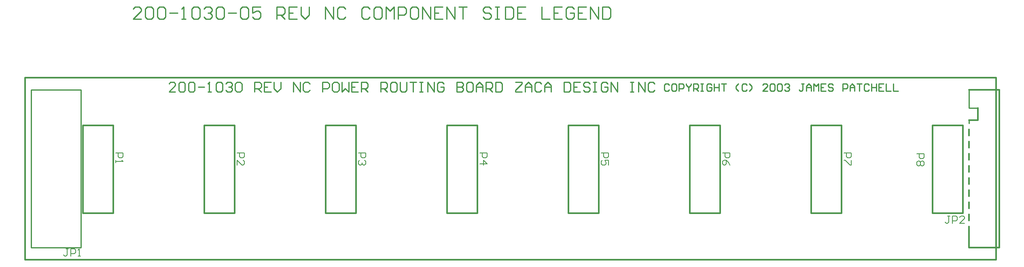
<source format=gto>
*%FSLAX23Y23*%
*%MOIN*%
G01*
%ADD11C,0.006*%
%ADD12C,0.007*%
%ADD13C,0.010*%
%ADD14C,0.012*%
%ADD15C,0.036*%
%ADD16C,0.055*%
%ADD17C,0.056*%
%ADD18C,0.062*%
%ADD19C,0.068*%
%ADD20C,0.075*%
%ADD21C,0.100*%
%ADD22C,0.106*%
%ADD23C,0.200*%
%ADD24C,0.210*%
%ADD25C,0.216*%
%ADD26C,0.220*%
%ADD27R,0.062X0.062*%
%ADD28R,0.068X0.068*%
%ADD29R,0.230X0.230*%
%ADD30R,0.250X0.250*%
D11*
X13508Y7398D02*
X13528D01*
X13518D02*
X13508D01*
X13518D02*
Y7348D01*
X13508Y7338D01*
X13498D01*
X13488Y7348D01*
X13548Y7338D02*
Y7398D01*
X13578D01*
X13588Y7388D01*
Y7368D01*
X13578Y7358D01*
X13548D01*
X13608Y7338D02*
X13648D01*
X13608D02*
X13648Y7378D01*
Y7388D01*
X13638Y7398D01*
X13618D01*
X13608Y7388D01*
X13313Y7913D02*
X13253D01*
X13313D02*
Y7883D01*
X13303Y7873D01*
X13283D01*
X13273Y7883D01*
Y7913D01*
X13303Y7853D02*
X13313Y7843D01*
Y7823D01*
X13303Y7813D01*
X13293D01*
X13283Y7823D01*
X13273Y7813D01*
X13263D01*
X13253Y7823D01*
Y7843D01*
X13263Y7853D01*
X13273D01*
X13283Y7843D01*
X13293Y7853D01*
X13303D01*
X13283Y7843D02*
Y7823D01*
X11714Y7919D02*
X11654D01*
X11714D02*
Y7889D01*
X11704Y7879D01*
X11684D01*
X11674Y7889D01*
Y7919D01*
X11704Y7839D02*
X11714Y7819D01*
X11704Y7839D02*
X11684Y7859D01*
X11664D01*
X11654Y7849D01*
Y7829D01*
X11664Y7819D01*
X11674D01*
X11684Y7829D01*
Y7859D01*
X12654Y7919D02*
X12714D01*
Y7889D01*
X12704Y7879D01*
X12684D01*
X12674Y7889D01*
Y7919D01*
X12714Y7859D02*
Y7819D01*
X12704D01*
X12664Y7859D01*
X12654D01*
X10714Y7919D02*
X10654D01*
X10714D02*
Y7889D01*
X10704Y7879D01*
X10684D01*
X10674Y7889D01*
Y7919D01*
X10714Y7859D02*
Y7819D01*
Y7859D02*
X10684D01*
X10694Y7839D01*
Y7829D01*
X10684Y7819D01*
X10664D01*
X10654Y7829D01*
Y7849D01*
X10664Y7859D01*
X8714Y7919D02*
X8654D01*
X8714D02*
Y7889D01*
X8704Y7879D01*
X8684D01*
X8674Y7889D01*
Y7919D01*
X8704Y7859D02*
X8714Y7849D01*
Y7829D01*
X8704Y7819D01*
X8694D01*
X8695D01*
X8694D02*
X8695D01*
X8694D02*
X8695D01*
X8694D02*
X8684Y7829D01*
Y7839D01*
Y7829D01*
X8674Y7819D01*
X8664D01*
X8654Y7829D01*
Y7849D01*
X8664Y7859D01*
X9654Y7919D02*
X9714D01*
Y7889D01*
X9704Y7879D01*
X9684D01*
X9674Y7889D01*
Y7919D01*
X9654Y7829D02*
X9714D01*
X9684Y7859D01*
Y7819D01*
X7714Y7919D02*
X7654D01*
X7714D02*
Y7889D01*
X7704Y7879D01*
X7684D01*
X7674Y7889D01*
Y7919D01*
X7654Y7859D02*
Y7819D01*
Y7859D02*
X7694Y7819D01*
X7704D01*
X7714Y7829D01*
Y7849D01*
X7704Y7859D01*
X6263Y7128D02*
X6243D01*
X6253D01*
Y7078D01*
X6243Y7068D01*
X6233D01*
X6223Y7078D01*
X6283Y7068D02*
Y7128D01*
X6313D01*
X6323Y7118D01*
Y7098D01*
X6313Y7088D01*
X6283D01*
X6343Y7068D02*
X6363D01*
X6353D01*
Y7128D01*
X6354D01*
X6353D02*
X6343Y7118D01*
X6654Y7919D02*
X6714D01*
Y7889D01*
X6704Y7879D01*
X6684D01*
X6674Y7889D01*
Y7919D01*
X6654Y7859D02*
Y7839D01*
Y7849D01*
X6714D01*
X6715D01*
X6714D02*
X6704Y7859D01*
D13*
X9948Y8503D02*
X10001D01*
Y8490D01*
X9948Y8436D01*
Y8423D01*
X10001D01*
X10028D02*
Y8476D01*
X10055Y8503D01*
X10081Y8476D01*
Y8423D01*
Y8463D01*
X10028D01*
X10148Y8503D02*
X10161Y8490D01*
X10148Y8503D02*
X10121D01*
X10108Y8490D01*
Y8436D01*
X10121Y8423D01*
X10148D01*
X10161Y8436D01*
X10188Y8423D02*
Y8476D01*
X10215Y8503D01*
X10241Y8476D01*
Y8423D01*
Y8463D01*
X10188D01*
X10348Y8503D02*
Y8423D01*
X10388D01*
X10401Y8436D01*
Y8490D01*
X10388Y8503D01*
X10348D01*
X10428D02*
X10481D01*
X10428D02*
Y8423D01*
X10481D01*
X10455Y8463D02*
X10428D01*
X10548Y8503D02*
X10561Y8490D01*
X10548Y8503D02*
X10521D01*
X10508Y8490D01*
Y8476D01*
X10521Y8463D01*
X10548D01*
X10561Y8450D01*
Y8436D01*
X10548Y8423D01*
X10521D01*
X10508Y8436D01*
X10588Y8503D02*
X10614D01*
X10601D01*
Y8423D01*
X10588D01*
X10614D01*
X10694Y8503D02*
X10708Y8490D01*
X10694Y8503D02*
X10668D01*
X10654Y8490D01*
Y8436D01*
X10668Y8423D01*
X10694D01*
X10708Y8436D01*
Y8463D01*
X10681D01*
X10734Y8503D02*
Y8423D01*
X10788D02*
X10734Y8503D01*
X10788D02*
Y8423D01*
X10894Y8503D02*
X10921D01*
X10908D01*
Y8423D01*
X10894D01*
X10921D01*
X10961D02*
Y8503D01*
X11014Y8423D01*
Y8503D01*
X11081D02*
X11094Y8490D01*
X11081Y8503D02*
X11054D01*
X11041Y8490D01*
Y8436D01*
X11054Y8423D01*
X11081D01*
X11094Y8436D01*
X7146Y8423D02*
X7093D01*
X7146Y8476D01*
Y8490D01*
X7133Y8503D01*
X7106D01*
X7093Y8490D01*
X7173D02*
X7186Y8503D01*
X7213D01*
X7226Y8490D01*
Y8436D01*
X7213Y8423D01*
X7186D01*
X7173Y8436D01*
Y8490D01*
X7253D02*
X7266Y8503D01*
X7293D01*
X7306Y8490D01*
Y8436D01*
X7293Y8423D01*
X7266D01*
X7253Y8436D01*
Y8490D01*
X7333Y8463D02*
X7386D01*
X7413Y8423D02*
X7440D01*
X7426D01*
Y8503D01*
X7427D01*
X7426D02*
X7413Y8490D01*
X7480D02*
X7493Y8503D01*
X7520D01*
X7533Y8490D01*
Y8436D01*
X7520Y8423D01*
X7493D01*
X7480Y8436D01*
Y8490D01*
X7560D02*
X7573Y8503D01*
X7600D01*
X7613Y8490D01*
Y8476D01*
X7614D01*
X7613D02*
X7614D01*
X7613D02*
X7614D01*
X7613D02*
X7600Y8463D01*
X7586D01*
X7600D01*
X7613Y8450D01*
Y8436D01*
X7600Y8423D01*
X7573D01*
X7560Y8436D01*
X7639Y8490D02*
X7653Y8503D01*
X7679D01*
X7693Y8490D01*
Y8436D01*
X7679Y8423D01*
X7653D01*
X7639Y8436D01*
Y8490D01*
X7799Y8503D02*
Y8423D01*
Y8503D02*
X7839D01*
X7853Y8490D01*
Y8463D01*
X7839Y8450D01*
X7799D01*
X7826D02*
X7853Y8423D01*
X7879Y8503D02*
X7933D01*
X7879D02*
Y8423D01*
X7933D01*
X7906Y8463D02*
X7879D01*
X7959Y8450D02*
Y8503D01*
Y8450D02*
X7986Y8423D01*
X8013Y8450D01*
Y8503D01*
X8119D02*
Y8423D01*
X8173D02*
X8119Y8503D01*
X8173D02*
Y8423D01*
X8253Y8490D02*
X8239Y8503D01*
X8213D01*
X8199Y8490D01*
Y8436D01*
X8213Y8423D01*
X8239D01*
X8253Y8436D01*
X8359Y8423D02*
Y8503D01*
X8399D01*
X8413Y8490D01*
Y8463D01*
X8399Y8450D01*
X8359D01*
X8453Y8503D02*
X8479D01*
X8453D02*
X8439Y8490D01*
Y8436D01*
X8453Y8423D01*
X8479D01*
X8493Y8436D01*
Y8490D01*
X8479Y8503D01*
X8519D02*
Y8423D01*
X8546Y8450D01*
X8573Y8423D01*
Y8503D01*
X8599D02*
X8652D01*
X8599D02*
Y8423D01*
X8652D01*
X8626Y8463D02*
X8599D01*
X8679Y8503D02*
Y8423D01*
Y8503D02*
X8719D01*
X8732Y8490D01*
Y8463D01*
X8719Y8450D01*
X8679D01*
X8706D02*
X8732Y8423D01*
X8839D02*
Y8503D01*
X8879D01*
X8892Y8490D01*
Y8463D01*
X8879Y8450D01*
X8839D01*
X8866D02*
X8892Y8423D01*
X8932Y8503D02*
X8959D01*
X8932D02*
X8919Y8490D01*
Y8436D01*
X8932Y8423D01*
X8959D01*
X8972Y8436D01*
Y8490D01*
X8959Y8503D01*
X8999D02*
Y8436D01*
X9012Y8423D01*
X9039D01*
X9052Y8436D01*
Y8503D01*
X9079D02*
X9132D01*
X9106D01*
Y8423D01*
X9159Y8503D02*
X9186D01*
X9172D01*
Y8423D01*
X9159D01*
X9186D01*
X9226D02*
Y8503D01*
X9279Y8423D01*
Y8503D01*
X9346D02*
X9359Y8490D01*
X9346Y8503D02*
X9319D01*
X9306Y8490D01*
Y8436D01*
X9319Y8423D01*
X9346D01*
X9359Y8436D01*
Y8463D01*
X9332D01*
X9466Y8503D02*
Y8423D01*
X9506D01*
X9519Y8436D01*
Y8450D01*
X9506Y8463D01*
X9466D01*
X9467D01*
X9466D02*
X9467D01*
X9466D02*
X9467D01*
X9466D02*
X9506D01*
X9519Y8476D01*
Y8490D01*
X9506Y8503D01*
X9466D01*
X9559D02*
X9586D01*
X9559D02*
X9546Y8490D01*
Y8436D01*
X9559Y8423D01*
X9586D01*
X9599Y8436D01*
Y8490D01*
X9586Y8503D01*
X9626Y8476D02*
Y8423D01*
Y8476D02*
X9652Y8503D01*
X9679Y8476D01*
Y8423D01*
Y8463D01*
X9626D01*
X9705Y8503D02*
Y8423D01*
Y8503D02*
X9745D01*
X9759Y8490D01*
Y8463D01*
X9745Y8450D01*
X9705D01*
X9732D02*
X9759Y8423D01*
X9785D02*
Y8503D01*
Y8423D02*
X9825D01*
X9839Y8436D01*
Y8490D01*
X9825Y8503D01*
X9785D01*
X11203Y8488D02*
X11213Y8478D01*
X11203Y8488D02*
X11183D01*
X11173Y8478D01*
Y8438D01*
X11183Y8428D01*
X11203D01*
X11213Y8438D01*
X11243Y8488D02*
X11263D01*
X11243D02*
X11233Y8478D01*
Y8438D01*
X11243Y8428D01*
X11263D01*
X11273Y8438D01*
Y8478D01*
X11263Y8488D01*
X11293D02*
Y8428D01*
Y8488D02*
X11323D01*
X11333Y8478D01*
Y8458D01*
X11323Y8448D01*
X11293D01*
X11353Y8478D02*
Y8488D01*
Y8478D02*
X11373Y8458D01*
X11393Y8478D01*
Y8488D01*
X11373Y8458D02*
Y8428D01*
X11413D02*
Y8488D01*
X11443D01*
X11453Y8478D01*
Y8458D01*
X11443Y8448D01*
X11413D01*
X11433D02*
X11453Y8428D01*
X11473Y8488D02*
X11493D01*
X11483D01*
Y8428D01*
X11473D01*
X11493D01*
X11553Y8488D02*
X11563Y8478D01*
X11553Y8488D02*
X11533D01*
X11523Y8478D01*
Y8438D01*
X11533Y8428D01*
X11553D01*
X11563Y8438D01*
Y8458D01*
X11543D01*
X11583Y8488D02*
Y8428D01*
Y8458D01*
X11623D01*
Y8488D01*
Y8428D01*
X11643Y8488D02*
X11683D01*
X11663D01*
Y8428D01*
X11763Y8448D02*
X11783Y8428D01*
X11763Y8448D02*
Y8468D01*
X11783Y8488D01*
X11843D02*
X11853Y8478D01*
X11843Y8488D02*
X11823D01*
X11813Y8478D01*
Y8438D01*
X11823Y8428D01*
X11843D01*
X11853Y8438D01*
X11873Y8428D02*
X11893Y8448D01*
Y8468D01*
X11873Y8488D01*
X11983Y8428D02*
X12023D01*
X11983D02*
X12023Y8468D01*
Y8478D01*
X12013Y8488D01*
X11993D01*
X11983Y8478D01*
X12043D02*
X12053Y8488D01*
X12073D01*
X12083Y8478D01*
Y8438D01*
X12073Y8428D01*
X12053D01*
X12043Y8438D01*
Y8478D01*
X12103D02*
X12113Y8488D01*
X12133D01*
X12143Y8478D01*
Y8438D01*
X12133Y8428D01*
X12113D01*
X12103Y8438D01*
Y8478D01*
X12163D02*
X12173Y8488D01*
X12193D01*
X12203Y8478D01*
Y8468D01*
X12204D01*
X12203D02*
X12204D01*
X12203D02*
X12204D01*
X12203D02*
X12193Y8458D01*
X12183D01*
X12193D01*
X12203Y8448D01*
Y8438D01*
X12193Y8428D01*
X12173D01*
X12163Y8438D01*
X12303Y8488D02*
X12323D01*
X12313D02*
X12303D01*
X12313D02*
Y8438D01*
X12303Y8428D01*
X12293D01*
X12283Y8438D01*
X12343Y8428D02*
Y8468D01*
X12363Y8488D01*
X12383Y8468D01*
Y8428D01*
Y8458D01*
X12343D01*
X12403Y8428D02*
Y8488D01*
X12423Y8468D01*
X12443Y8488D01*
Y8428D01*
X12463Y8488D02*
X12503D01*
X12463D02*
Y8428D01*
X12503D01*
X12483Y8458D02*
X12463D01*
X12553Y8488D02*
X12563Y8478D01*
X12553Y8488D02*
X12533D01*
X12523Y8478D01*
Y8468D01*
X12533Y8458D01*
X12553D01*
X12563Y8448D01*
Y8438D01*
X12553Y8428D01*
X12533D01*
X12523Y8438D01*
X12643Y8428D02*
Y8488D01*
X12673D01*
X12683Y8478D01*
Y8458D01*
X12673Y8448D01*
X12643D01*
X12703Y8428D02*
Y8468D01*
X12722Y8488D01*
X12742Y8468D01*
Y8428D01*
Y8458D01*
X12703D01*
X12762Y8488D02*
X12802D01*
X12782D01*
Y8428D01*
X12852Y8488D02*
X12862Y8478D01*
X12852Y8488D02*
X12832D01*
X12822Y8478D01*
Y8438D01*
X12832Y8428D01*
X12852D01*
X12862Y8438D01*
X12882Y8428D02*
Y8488D01*
Y8458D02*
Y8428D01*
Y8458D02*
X12922D01*
Y8488D01*
Y8428D01*
X12942Y8488D02*
X12982D01*
X12942D02*
Y8428D01*
X12982D01*
X12962Y8458D02*
X12942D01*
X13002Y8488D02*
Y8428D01*
X13042D01*
X13062D02*
Y8488D01*
Y8428D02*
X13102D01*
X6865Y9023D02*
X6798D01*
X6865Y9090D01*
Y9106D01*
X6848Y9123D01*
X6815D01*
X6798Y9106D01*
X6898D02*
X6915Y9123D01*
X6948D01*
X6965Y9106D01*
Y9040D01*
X6948Y9023D01*
X6915D01*
X6898Y9040D01*
Y9106D01*
X6998D02*
X7015Y9123D01*
X7048D01*
X7065Y9106D01*
Y9040D01*
X7048Y9023D01*
X7015D01*
X6998Y9040D01*
Y9106D01*
X7098Y9073D02*
X7165D01*
X7198Y9023D02*
X7231D01*
X7215D01*
Y9123D01*
X7216D01*
X7215D02*
X7198Y9106D01*
X7281D02*
X7298Y9123D01*
X7331D01*
X7348Y9106D01*
Y9040D01*
X7331Y9023D01*
X7298D01*
X7281Y9040D01*
Y9106D01*
X7381D02*
X7398Y9123D01*
X7431D01*
X7448Y9106D01*
Y9090D01*
X7449D01*
X7448D02*
X7449D01*
X7448D02*
X7449D01*
X7448D02*
X7431Y9073D01*
X7414D01*
X7431D01*
X7448Y9056D01*
Y9040D01*
X7431Y9023D01*
X7398D01*
X7381Y9040D01*
X7481Y9106D02*
X7498Y9123D01*
X7531D01*
X7548Y9106D01*
Y9040D01*
X7531Y9023D01*
X7498D01*
X7481Y9040D01*
Y9106D01*
X7581Y9073D02*
X7648D01*
X7681Y9106D02*
X7698Y9123D01*
X7731D01*
X7748Y9106D01*
Y9040D01*
X7731Y9023D01*
X7698D01*
X7681Y9040D01*
Y9106D01*
X7781Y9123D02*
X7848D01*
X7781D02*
Y9073D01*
X7814Y9090D01*
X7831D01*
X7848Y9073D01*
Y9040D01*
X7831Y9023D01*
X7798D01*
X7781Y9040D01*
X7981Y9023D02*
Y9123D01*
X8031D01*
X8048Y9106D01*
Y9073D01*
X8031Y9056D01*
X7981D01*
X8014D02*
X8048Y9023D01*
X8081Y9123D02*
X8148D01*
X8081D02*
Y9023D01*
X8148D01*
X8114Y9073D02*
X8081D01*
X8181Y9056D02*
Y9123D01*
Y9056D02*
X8214Y9023D01*
X8248Y9056D01*
Y9123D01*
X8381D02*
Y9023D01*
X8447D02*
X8381Y9123D01*
X8447D02*
Y9023D01*
X8547Y9106D02*
X8531Y9123D01*
X8497D01*
X8481Y9106D01*
Y9040D01*
X8497Y9023D01*
X8531D01*
X8547Y9040D01*
X8731Y9123D02*
X8747Y9106D01*
X8731Y9123D02*
X8697D01*
X8681Y9106D01*
Y9040D01*
X8697Y9023D01*
X8731D01*
X8747Y9040D01*
X8797Y9123D02*
X8831D01*
X8797D02*
X8781Y9106D01*
Y9040D01*
X8797Y9023D01*
X8831D01*
X8847Y9040D01*
Y9106D01*
X8831Y9123D01*
X8881D02*
Y9023D01*
X8914Y9090D02*
X8881Y9123D01*
X8914Y9090D02*
X8947Y9123D01*
Y9023D01*
X8981D02*
Y9123D01*
X9031D01*
X9047Y9106D01*
Y9073D01*
X9031Y9056D01*
X8981D01*
X9097Y9123D02*
X9131D01*
X9097D02*
X9081Y9106D01*
Y9040D01*
X9097Y9023D01*
X9131D01*
X9147Y9040D01*
Y9106D01*
X9131Y9123D01*
X9181D02*
Y9023D01*
X9247D02*
X9181Y9123D01*
X9247D02*
Y9023D01*
X9281Y9123D02*
X9347D01*
X9281D02*
Y9023D01*
X9347D01*
X9314Y9073D02*
X9281D01*
X9380Y9023D02*
Y9123D01*
X9447Y9023D01*
Y9123D01*
X9480D02*
X9547D01*
X9514D01*
Y9023D01*
X9730Y9123D02*
X9747Y9106D01*
X9730Y9123D02*
X9697D01*
X9680Y9106D01*
Y9090D01*
X9697Y9073D01*
X9730D01*
X9747Y9056D01*
Y9040D01*
X9730Y9023D01*
X9697D01*
X9680Y9040D01*
X9780Y9123D02*
X9814D01*
X9797D01*
Y9023D01*
X9780D01*
X9814D01*
X9864D02*
Y9123D01*
Y9023D02*
X9914D01*
X9930Y9040D01*
Y9106D01*
X9914Y9123D01*
X9864D01*
X9964D02*
X10030D01*
X9964D02*
Y9023D01*
X10030D01*
X9997Y9073D02*
X9964D01*
X10164Y9023D02*
Y9123D01*
Y9023D02*
X10230D01*
X10264Y9123D02*
X10330D01*
X10264D02*
Y9023D01*
X10330D01*
X10297Y9073D02*
X10264D01*
X10413Y9123D02*
X10430Y9106D01*
X10413Y9123D02*
X10380D01*
X10364Y9106D01*
Y9040D01*
X10380Y9023D01*
X10413D01*
X10430Y9040D01*
Y9073D01*
X10397D01*
X10463Y9123D02*
X10530D01*
X10463D02*
Y9023D01*
X10530D01*
X10497Y9073D02*
X10463D01*
X10563Y9023D02*
Y9123D01*
X10630Y9023D01*
Y9123D01*
X10663D02*
Y9023D01*
X10713D01*
X10730Y9040D01*
Y9106D01*
X10713Y9123D01*
X10663D01*
X13683Y8188D02*
Y8163D01*
Y8288D02*
Y8438D01*
Y8288D02*
X13758D01*
X5958Y8438D02*
Y7138D01*
X6368D02*
Y8438D01*
Y7138D02*
X5958D01*
Y8438D02*
X6368D01*
D14*
X13683Y7613D02*
Y7563D01*
Y7513D02*
Y7463D01*
Y7413D02*
Y7363D01*
Y7313D02*
Y7138D01*
Y7663D02*
Y7713D01*
Y7763D02*
Y7813D01*
Y7863D02*
Y7913D01*
Y7963D02*
Y8013D01*
Y8063D02*
Y8113D01*
X13933Y8438D02*
Y7138D01*
X13758Y8188D02*
Y8288D01*
Y8188D02*
X13683D01*
Y8438D02*
X13933D01*
Y7138D02*
X13683D01*
X13633Y7422D02*
Y8147D01*
X13383D02*
Y7422D01*
Y8147D02*
X13633D01*
Y7422D02*
X13383D01*
X11633D02*
Y8147D01*
X11383D02*
Y7422D01*
Y8147D02*
X11633D01*
Y7422D02*
X11383D01*
X12633D02*
Y8147D01*
X12383D02*
Y7422D01*
Y8147D02*
X12633D01*
Y7422D02*
X12383D01*
X10633D02*
Y8147D01*
X10383D02*
Y7422D01*
Y8147D02*
X10633D01*
Y7422D02*
X10383D01*
X8633D02*
Y8147D01*
X8383D02*
Y7422D01*
Y8147D02*
X8633D01*
Y7422D02*
X8383D01*
X9633D02*
Y8147D01*
X9383D02*
Y7422D01*
Y8147D02*
X9633D01*
Y7422D02*
X9383D01*
X7633D02*
Y8147D01*
X7383D02*
Y7422D01*
Y8147D02*
X7633D01*
Y7422D02*
X7383D01*
X6633D02*
Y8147D01*
X6383D02*
Y7422D01*
Y8147D02*
X6633D01*
Y7422D02*
X6383D01*
X5908Y8538D02*
X13908D01*
Y7038D02*
X5908D01*
Y8538D01*
X13908D02*
Y7038D01*
D02*
M02*

</source>
